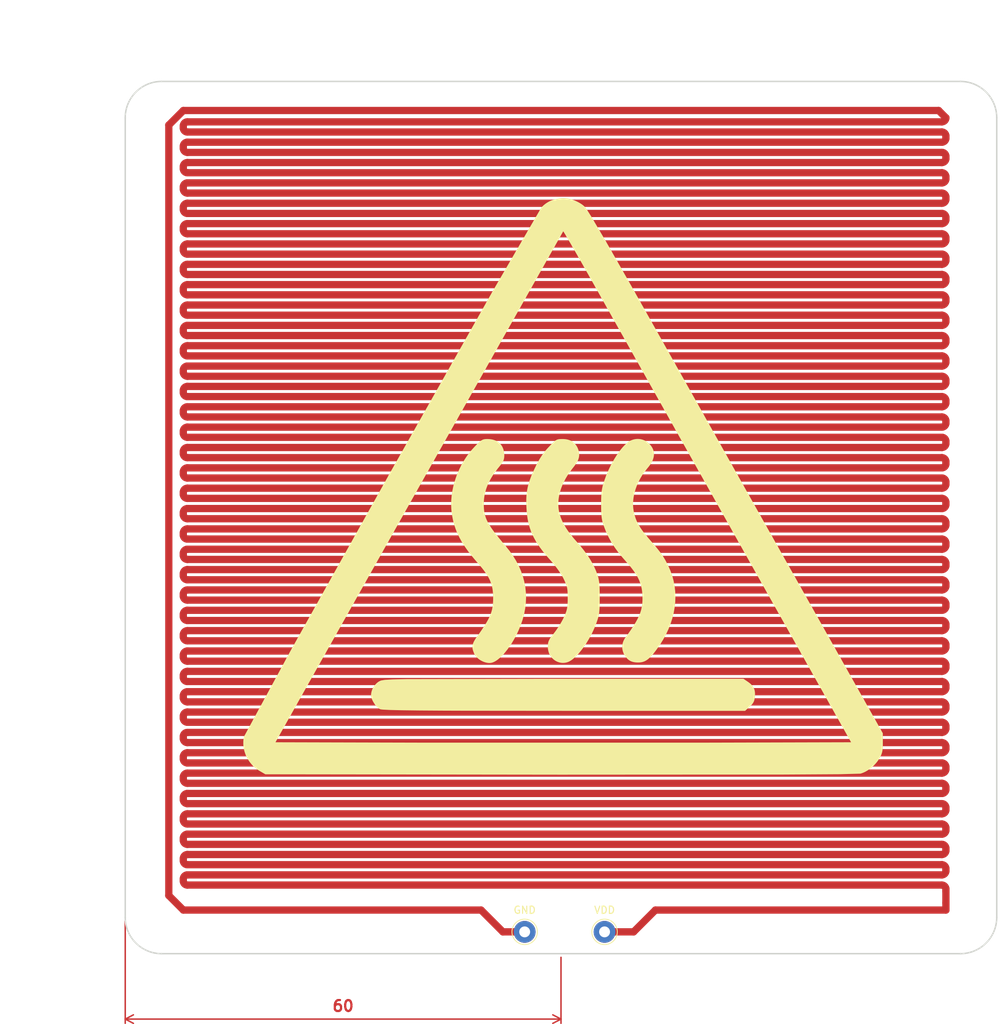
<source format=kicad_pcb>
(kicad_pcb (version 20241229) (generator "pcbnew") (generator_version "9.0")
  (layers (0 "F.Cu" signal) (2 "B.Cu" signal) (13 "F.Paste" user) (15 "B.Paste" user) (5 "F.SilkS" user "F.Silkscreen") (7 "B.SilkS" user "B.Silkscreen") (1 "F.Mask" user) (3 "B.Mask" user) (25 "Edge.Cuts" user))
  (net 0 "")
  (net 1 "Net-(TP1-Pad1)")
  (footprint "MountingHole:MountingHole_3.2mm_M3" (layer "F.Cu") (at 187 33)
    (property "Reference" "H2" (hide yes))
    (property "Value" "MountingHole")
  )
  (footprint "TestPoint:TestPoint_THTPad_D3.0mm_Drill1.5mm" (layer "F.Cu") (at 126 146)
    (property "Reference" "GND")
    (property "Value" "TestPoint")
  )
  (footprint "MountingHole:MountingHole_3.2mm_M3" (layer "F.Cu") (at 75 33)
    (property "Reference" "H3" (hide yes))
    (property "Value" "MountingHole")
  )
  (footprint "MountingHole:MountingHole_3.2mm_M3" (layer "F.Cu") (at 186 145)
    (property "Reference" "H1" (hide yes))
    (property "Value" "MountingHole")
  )
  (footprint "TestPoint:TestPoint_THTPad_D3.0mm_Drill1.5mm" (layer "F.Cu") (at 137 146)
    (property "Reference" "VDD")
    (property "Value" "TestPoint")
  )
  (footprint "MountingHole:MountingHole_3.2mm_M3" (layer "F.Cu") (at 75 145)
    (property "Reference" "H4" (hide yes))
    (property "Value" "MountingHole")
  )
  (gr_poly (pts (xy 156.724372 111.587943) (xy 156.870143 111.690766) (xy 157.003357 111.794545) (xy 157.124272 111.899823) (xy 157.233146 112.007142) (xy 157.330237 112.117044) (xy 157.415805 112.230073) (xy 157.490107 112.346771) (xy 157.553402 112.467681) (xy 157.605948 112.593345) (xy 157.648004 112.724306) (xy 157.679827 112.861106) (xy 157.701678 113.004289) (xy 157.713813 113.154396) (xy 157.716491 113.311971) (xy 157.709971 113.477556) (xy 157.69451 113.651694) (xy 157.683487 113.763647) (xy 157.669983 113.868495) (xy 157.653586 113.966986) (xy 157.63388 114.05987) (xy 157.610454 114.147896) (xy 157.582894 114.231815) (xy 157.550786 114.312374) (xy 157.513717 114.390324) (xy 157.471273 114.466413) (xy 157.423042 114.541391) (xy 157.368609 114.616008) (xy 157.307562 114.691013) (xy 157.239487 114.767154) (xy 157.16397 114.845182) (xy 157.080599 114.925846) (xy 156.988959 115.009894) (xy 156.353957 115.591971) (xy 131.447848 115.591971) (xy 119.274257 115.580948) (xy 114.911181 115.565928) (xy 111.555588 115.543468) (xy 109.101233 115.512738) (xy 107.441869 115.472913) (xy 106.471247 115.423166) (xy 106.211014 115.394314) (xy 106.083123 115.36267) (xy 106.028368 115.332524) (xy 105.973332 115.298444) (xy 105.862947 115.219284) (xy 105.753026 115.126791) (xy 105.644631 115.022567) (xy 105.538819 114.908216) (xy 105.43665 114.785337) (xy 105.339184 114.655534) (xy 105.24748 114.520409) (xy 105.162598 114.381562) (xy 105.085595 114.240597) (xy 105.017533 114.099116) (xy 104.959471 113.958719) (xy 104.912467 113.82101) (xy 104.877581 113.68759) (xy 104.855872 113.56006) (xy 104.850291 113.499006) (xy 104.848401 113.440024) (xy 104.849736 113.372033) (xy 104.853711 113.303716) (xy 104.860275 113.235159) (xy 104.869382 113.166451) (xy 104.880981 113.097678) (xy 104.895026 113.028928) (xy 104.930257 112.891844) (xy 104.974685 112.755896) (xy 105.027925 112.621783) (xy 105.089588 112.490203) (xy 105.159287 112.361852) (xy 105.236634 112.237428) (xy 105.321241 112.117629) (xy 105.412721 112.003153) (xy 105.510687 111.894696) (xy 105.61475 111.792958) (xy 105.668947 111.744826) (xy 105.724524 111.698635) (xy 105.78143 111.654472) (xy 105.83962 111.612425) (xy 105.899043 111.57258) (xy 105.959651 111.535026) (xy 106.210316 111.418582) (xy 106.737967 111.331077) (xy 107.821243 111.268377) (xy 109.738784 111.226347) (xy 131.324374 111.18225) (xy 156.124656 111.18225)) (fill yes) (layer "F.SilkS"))
  (gr_poly (pts (xy 131.35701 78.199178) (xy 131.45821 78.204117) (xy 131.557389 78.212323) (xy 131.654516 78.223779) (xy 131.749563 78.238465) (xy 131.842502 78.256361) (xy 131.933302 78.277448) (xy 132.021935 78.301707) (xy 132.108372 78.329118) (xy 132.192583 78.359662) (xy 132.27454 78.39332) (xy 132.354214 78.430071) (xy 132.431575 78.469897) (xy 132.506595 78.512779) (xy 132.579244 78.558697) (xy 132.649493 78.607631) (xy 132.717314 78.659563) (xy 132.782676 78.714472) (xy 132.845552 78.77234) (xy 132.905912 78.833147) (xy 132.963726 78.896874) (xy 133.018967 78.963501) (xy 133.071604 79.033009) (xy 133.121609 79.105379) (xy 133.168953 79.180591) (xy 133.213606 79.258626) (xy 133.25554 79.339464) (xy 133.294725 79.423086) (xy 133.331133 79.509473) (xy 133.364734 79.598606) (xy 133.395499 79.690464) (xy 133.4234 79.785029) (xy 133.45848 79.934439) (xy 133.484104 80.079069) (xy 133.499908 80.219926) (xy 133.505533 80.358018) (xy 133.500615 80.494353) (xy 133.484794 80.629939) (xy 133.457707 80.765783) (xy 133.418993 80.902894) (xy 133.36829 81.042278) (xy 133.305237 81.184943) (xy 133.22947 81.331898) (xy 133.14063 81.484149) (xy 133.038354 81.642705) (xy 132.92228 81.808574) (xy 132.792047 81.982762) (xy 132.647292 82.166278) (xy 132.387712 82.498979) (xy 132.144927 82.835247) (xy 131.919196 83.174511) (xy 131.710776 83.516204) (xy 131.519926 83.859758) (xy 131.346904 84.204603) (xy 131.19197 84.550172) (xy 131.05538 84.895896) (xy 130.937394 85.241206) (xy 130.83827 85.585535) (xy 130.758267 85.928313) (xy 130.697642 86.268973) (xy 130.656654 86.606945) (xy 130.635562 86.941662) (xy 130.634624 87.272555) (xy 130.654097 87.599055) (xy 130.684926 87.870718) (xy 130.731232 88.143518) (xy 130.793196 88.417765) (xy 130.870999 88.693768) (xy 130.964822 88.971839) (xy 131.074845 89.252287) (xy 131.201249 89.535422) (xy 131.344216 89.821555) (xy 131.503926 90.110994) (xy 131.680561 90.404051) (xy 131.8743 90.701036) (xy 132.085325 91.002258) (xy 132.313817 91.308027) (xy 132.559957 91.618654) (xy 132.823925 91.934449) (xy 133.105903 92.255721) (xy 133.372665 92.558713) (xy 133.624389 92.853205) (xy 133.861747 93.140203) (xy 134.085411 93.420716) (xy 134.296053 93.695751) (xy 134.494344 93.966316) (xy 134.680956 94.233418) (xy 134.856561 94.498066) (xy 135.021831 94.761267) (xy 135.177437 95.024029) (xy 135.324052 95.287359) (xy 135.462347 95.552265) (xy 135.592994 95.819755) (xy 135.716665 96.090836) (xy 135.834031 96.366516) (xy 135.945765 96.647803) (xy 136.053596 96.964683) (xy 136.140342 97.267921) (xy 136.176455 97.421013) (xy 136.208072 97.5786) (xy 136.235452 97.74332) (xy 136.258852 97.917806) (xy 136.294749 98.30662) (xy 136.317831 98.766128) (xy 136.330164 99.317413) (xy 136.333815 99.981559) (xy 136.330715 100.675847) (xy 136.326142 100.973549) (xy 136.318933 101.243011) (xy 136.308624 101.487771) (xy 136.294749 101.71137) (xy 136.276844 101.917348) (xy 136.254442 102.109243) (xy 136.22708 102.290597) (xy 136.194291 102.464949) (xy 136.155612 102.635839) (xy 136.110576 102.806806) (xy 136.058719 102.98139) (xy 135.999576 103.163132) (xy 135.85757 103.562247) (xy 135.681233 104.018753) (xy 135.484535 104.473372) (xy 135.269854 104.922979) (xy 135.039567 105.364446) (xy 134.79605 105.794649) (xy 134.541681 106.21046) (xy 134.278838 106.608752) (xy 134.009896 106.9864) (xy 133.737234 107.340276) (xy 133.463228 107.667255) (xy 133.190255 107.96421) (xy 132.920693 108.228014) (xy 132.656919 108.455542) (xy 132.527945 108.554724) (xy 132.40131 108.643665) (xy 132.27731 108.721974) (xy 132.156242 108.78926) (xy 132.038405 108.845131) (xy 131.924094 108.889197) (xy 131.796755 108.92778) (xy 131.669567 108.957671) (xy 131.542786 108.979069) (xy 131.416668 108.992168) (xy 131.291466 108.997168) (xy 131.167437 108.994265) (xy 131.044835 108.983655) (xy 130.923916 108.965536) (xy 130.804935 108.940105) (xy 130.688147 108.907558) (xy 130.573807 108.868094) (xy 130.46217 108.821908) (xy 130.353492 108.769198) (xy 130.248027 108.710161) (xy 130.146031 108.644994) (xy 130.047759 108.573894) (xy 129.953466 108.497058) (xy 129.863408 108.414683) (xy 129.777838 108.326966) (xy 129.697014 108.234104) (xy 129.621188 108.136294) (xy 129.550618 108.033733) (xy 129.485558 107.926617) (xy 129.426263 107.815145) (xy 129.372988 107.699513) (xy 129.325989 107.579918) (xy 129.28552 107.456558) (xy 129.251837 107.329628) (xy 129.225195 107.199326) (xy 129.205849 107.06585) (xy 129.194055 106.929395) (xy 129.190066 106.79016) (xy 129.191436 106.656956) (xy 129.196061 106.533984) (xy 129.204717 106.419487) (xy 129.218179 106.311707) (xy 129.237221 106.208888) (xy 129.262621 106.109274) (xy 129.295151 106.011106) (xy 129.335588 105.912628) (xy 129.384707 105.812083) (xy 129.443283 105.707715) (xy 129.51209 105.597765) (xy 129.591905 105.480477) (xy 129.683502 105.354095) (xy 129.787657 105.21686) (xy 130.036738 104.902808) (xy 130.215193 104.667746) (xy 130.402742 104.40478) (xy 130.5936 104.122384) (xy 130.781977 103.829034) (xy 130.962086 103.533204) (xy 131.128139 103.243368) (xy 131.274349 102.968003) (xy 131.338203 102.838395) (xy 131.394927 102.715583) (xy 131.549337 102.371108) (xy 131.614062 102.214955) (xy 131.671087 102.066527) (xy 131.720878 101.923577) (xy 131.763898 101.783857) (xy 131.800614 101.645119) (xy 131.831491 101.505115) (xy 131.856993 101.361596) (xy 131.877586 101.212316) (xy 131.893735 101.055025) (xy 131.905904 100.887477) (xy 131.91456 100.707423) (xy 131.920167 100.512615) (xy 131.924094 100.069747) (xy 131.920098 99.612411) (xy 131.914328 99.413936) (xy 131.905353 99.232177) (xy 131.892658 99.064578) (xy 131.875726 98.90858) (xy 131.854039 98.761626) (xy 131.827082 98.621157) (xy 131.794336 98.484615) (xy 131.755286 98.349443) (xy 131.709415 98.213082) (xy 131.656206 98.072974) (xy 131.595142 97.926562) (xy 131.525706 97.771288) (xy 131.359652 97.423919) (xy 131.297796 97.299486) (xy 131.225293 97.165157) (xy 131.143076 97.022198) (xy 131.052074 96.871875) (xy 130.847435 96.554201) (xy 130.618818 96.222265) (xy 130.373664 95.886195) (xy 130.119416 95.556121) (xy 129.863513 95.242169) (xy 129.613398 94.954471) (xy 129.178882 94.465116) (xy 128.780617 93.993875) (xy 128.417233 93.537775) (xy 128.087362 93.093844) (xy 127.789633 92.659112) (xy 127.522677 92.230607) (xy 127.285125 91.805357) (xy 127.075607 91.380392) (xy 126.892755 90.952739) (xy 126.735198 90.519428) (xy 126.601567 90.077487) (xy 126.490493 89.623944) (xy 126.400606 89.155829) (xy 126.330537 88.67017) (xy 126.278917 88.163995) (xy 126.244376 87.634334) (xy 126.226082 87.235103) (xy 126.217917 86.855639) (xy 126.220501 86.492969) (xy 126.234453 86.144123) (xy 126.260395 85.806129) (xy 126.298945 85.476015) (xy 126.350725 85.150811) (xy 126.416354 84.827544) (xy 126.496452 84.503244) (xy 126.59164 84.174939) (xy 126.702537 83.839658) (xy 126.829764 83.494429) (xy 126.973941 83.136281) (xy 127.135688 82.762242) (xy 127.315625 82.369342) (xy 127.514373 81.954608) (xy 127.614423 81.752029) (xy 127.716152 81.554359) (xy 127.819587 81.361546) (xy 127.924753 81.173539) (xy 128.031675 80.990286) (xy 128.140381 80.811736) (xy 128.250895 80.637836) (xy 128.363244 80.468536) (xy 128.477454 80.303783) (xy 128.59355 80.143526) (xy 128.711557 79.987713) (xy 128.831503 79.836292) (xy 128.953413 79.689212) (xy 129.077312 79.546422) (xy 129.203227 79.407869) (xy 129.331183 79.273501) (xy 129.661221 78.928474) (xy 129.799834 78.787754) (xy 129.924287 78.666336) (xy 130.037165 78.562797) (xy 130.141052 78.475718) (xy 130.190431 78.437907) (xy 130.238531 78.403677) (xy 130.285675 78.372851) (xy 130.332186 78.345252) (xy 130.378387 78.320702) (xy 130.4246 78.299024) (xy 130.47115 78.280039) (xy 130.518359 78.26357) (xy 130.566549 78.249439) (xy 130.616044 78.237469) (xy 130.667168 78.227482) (xy 130.720241 78.2193) (xy 130.833533 78.207643) (xy 130.958504 78.201076) (xy 131.097738 78.198178) (xy 131.253817 78.197528)) (fill yes) (layer "F.SilkS"))
  (gr_poly (pts (xy 121 78.2) (xy 121.131925 78.207385) (xy 121.260239 78.219634) (xy 121.384894 78.236699) (xy 121.505841 78.25853) (xy 121.623032 78.28508) (xy 121.736418 78.316301) (xy 121.845951 78.352143) (xy 121.951582 78.392559) (xy 122.053263 78.4375) (xy 122.150946 78.486917) (xy 122.244582 78.540762) (xy 122.334123 78.598987) (xy 122.41952 78.661543) (xy 122.500724 78.728381) (xy 122.577688 78.799454) (xy 122.650363 78.874713) (xy 122.7187 78.954109) (xy 122.782651 79.037594) (xy 122.842168 79.125119) (xy 122.897201 79.216636) (xy 122.947704 79.312097) (xy 122.993626 79.411453) (xy 123.03492 79.514656) (xy 123.071538 79.621657) (xy 123.10343 79.732408) (xy 123.130549 79.84686) (xy 123.152846 79.964965) (xy 123.170272 80.086674) (xy 123.182779 80.21194) (xy 123.190319 80.340713) (xy 123.192843 80.472945) (xy 123.191138 80.570002) (xy 123.185815 80.663182) (xy 123.176565 80.753159) (xy 123.163078 80.840604) (xy 123.145043 80.926189) (xy 123.12215 81.010585) (xy 123.09409 81.094464) (xy 123.060552 81.178498) (xy 123.021227 81.263359) (xy 122.975803 81.349719) (xy 122.923972 81.438249) (xy 122.865423 81.529622) (xy 122.799846 81.624508) (xy 122.72693 81.72358) (xy 122.646367 81.82751) (xy 122.557845 81.936969) (xy 122.286204 82.269223) (xy 122.033398 82.598221) (xy 121.799248 82.924428) (xy 121.583572 83.248311) (xy 121.38619 83.570333) (xy 121.20692 83.890959) (xy 121.045582 84.210656) (xy 120.901995 84.529887) (xy 120.775977 84.849119) (xy 120.667349 85.168815) (xy 120.575929 85.489442) (xy 120.501537 85.811464) (xy 120.443991 86.135346) (xy 120.403111 86.461554) (xy 120.378715 86.790552) (xy 120.370623 87.122806) (xy 120.376209 87.4744) (xy 120.394636 87.804832) (xy 120.428411 88.118986) (xy 120.48004 88.421745) (xy 120.552029 88.717993) (xy 120.646885 89.012613) (xy 120.767115 89.310488) (xy 120.915223 89.616503) (xy 121.093718 89.93554) (xy 121.305105 90.272482) (xy 121.551889 90.632214) (xy 121.836579 91.019619) (xy 122.161679 91.439579) (xy 122.529697 91.89698) (xy 123.404509 92.943633) (xy 123.935524 93.604955) (xy 124.410651 94.278679) (xy 124.829812 94.963978) (xy 125.192929 95.660026) (xy 125.499926 96.365995) (xy 125.750725 97.081059) (xy 125.945248 97.804391) (xy 126.083418 98.535165) (xy 126.165158 99.272553) (xy 126.190389 100.015729) (xy 126.159034 100.763865) (xy 126.071016 101.516136) (xy 125.926258 102.271714) (xy 125.724681 103.029773) (xy 125.466209 103.789486) (xy 125.150763 104.550025) (xy 124.949677 104.977825) (xy 124.737662 105.393558) (xy 124.516189 105.795493) (xy 124.286733 106.181899) (xy 124.050765 106.551045) (xy 123.809759 106.9012) (xy 123.565187 107.230633) (xy 123.318523 107.537612) (xy 123.071238 107.820406) (xy 122.824806 108.077285) (xy 122.5807 108.306517) (xy 122.340391 108.506371) (xy 122.222122 108.594741) (xy 122.105354 108.675116) (xy 121.990273 108.747282) (xy 121.877061 108.811021) (xy 121.765904 108.866117) (xy 121.656984 108.912354) (xy 121.550487 108.949516) (xy 121.446597 108.977385) (xy 121.36948 108.991667) (xy 121.290409 109.00151) (xy 121.209601 109.007026) (xy 121.127271 109.008323) (xy 121.043636 109.005512) (xy 120.958913 108.998703) (xy 120.873318 108.988005) (xy 120.787067 108.973528) (xy 120.700378 108.955382) (xy 120.613465 108.933677) (xy 120.526545 108.908523) (xy 120.439836 108.880029) (xy 120.353553 108.848305) (xy 120.267913 108.813461) (xy 120.099426 108.734853) (xy 119.936107 108.645082) (xy 119.856926 108.596286) (xy 119.779687 108.545028) (xy 119.704605 108.491419) (xy 119.631896 108.435569) (xy 119.561778 108.377587) (xy 119.494467 108.317584) (xy 119.430179 108.255668) (xy 119.36913 108.19195) (xy 119.311537 108.126539) (xy 119.257616 108.059547) (xy 119.207584 107.991081) (xy 119.161657 107.921252) (xy 119.120052 107.850171) (xy 119.082984 107.777946) (xy 119.006322 107.61091) (xy 118.941804 107.452866) (xy 118.889585 107.302471) (xy 118.84982 107.158379) (xy 118.834657 107.088278) (xy 118.822665 107.019248) (xy 118.813864 106.951124) (xy 118.808273 106.883735) (xy 118.805912 106.816915) (xy 118.8068 106.750495) (xy 118.810957 106.684308) (xy 118.818402 106.618186) (xy 118.829154 106.55196) (xy 118.843232 106.485463) (xy 118.860657 106.418527) (xy 118.881447 106.350983) (xy 118.933201 106.213403) (xy 118.998649 106.071378) (xy 119.077947 105.923566) (xy 119.171249 105.768623) (xy 119.27871 105.605204) (xy 119.400485 105.431968) (xy 119.739775 104.956076) (xy 120.044442 104.517882) (xy 120.316243 104.11333) (xy 120.556934 103.738362) (xy 120.768274 103.388922) (xy 120.952018 103.060954) (xy 121.109924 102.7504) (xy 121.243749 102.453205) (xy 121.355249 102.165311) (xy 121.446183 101.882663) (xy 121.518306 101.601203) (xy 121.573376 101.316874) (xy 121.613149 101.025621) (xy 121.639384 100.723387) (xy 121.653836 100.406114) (xy 121.658263 100.069747) (xy 121.652893 99.722655) (xy 121.635973 99.39396) (xy 121.60629 99.080973) (xy 121.562627 98.78101) (xy 121.503772 98.491381) (xy 121.42851 98.2094) (xy 121.335626 97.932379) (xy 121.223906 97.657633) (xy 121.092135 97.382473) (xy 120.9391 97.104212) (xy 120.763586 96.820163) (xy 120.564377 96.52764) (xy 120.340261 96.223954) (xy 120.090022 95.90642) (xy 119.812447 95.572349) (xy 119.50632 95.219054) (xy 119.103928 94.753467) (xy 118.729622 94.30142) (xy 118.38255 93.861154) (xy 118.061859 93.430913) (xy 117.766696 93.008941) (xy 117.496208 92.59348) (xy 117.249544 92.182773) (xy 117.02585 91.775063) (xy 116.824273 91.368593) (xy 116.643961 90.961607) (xy 116.484062 90.552347) (xy 116.343721 90.139056) (xy 116.222088 89.719977) (xy 116.118309 89.293354) (xy 116.031531 88.857429) (xy 115.960902 88.410445) (xy 115.898309 87.82471) (xy 115.875222 87.226985) (xy 115.890634 86.620166) (xy 115.943537 86.007146) (xy 116.032924 85.390818) (xy 116.157787 84.774077) (xy 116.317119 84.159816) (xy 116.50991 83.55093) (xy 116.735155 82.950311) (xy 116.991845 82.360855) (xy 117.278972 81.785455) (xy 117.595529 81.227005) (xy 117.940508 80.688399) (xy 118.312902 80.17253) (xy 118.711702 79.682292) (xy 119.135901 79.22058) (xy 119.296197 79.055031) (xy 119.440964 78.908215) (xy 119.572037 78.77902) (xy 119.69125 78.666336) (xy 119.800438 78.569051) (xy 119.901436 78.486054) (xy 119.949436 78.449567) (xy 119.996077 78.416235) (xy 120.041587 78.38592) (xy 120.086196 78.358483) (xy 120.130134 78.333784) (xy 120.173629 78.311686) (xy 120.21691 78.292048) (xy 120.260208 78.274733) (xy 120.303752 78.259601) (xy 120.34777 78.246513) (xy 120.392492 78.235331) (xy 120.438148 78.225916) (xy 120.484966 78.218128) (xy 120.533176 78.211829) (xy 120.63469 78.203143) (xy 120.744524 78.198747) (xy 120.864512 78.197528)) (fill yes) (layer "F.SilkS"))
  (gr_poly (pts (xy 131.621203 45.066487) (xy 131.822501 45.091064) (xy 132.027725 45.127086) (xy 132.23543 45.173961) (xy 132.444169 45.231093) (xy 132.652494 45.297889) (xy 132.858959 45.373755) (xy 133.062116 45.458095) (xy 133.260519 45.550316) (xy 133.452721 45.649824) (xy 133.637275 45.756024) (xy 133.812734 45.868321) (xy 133.977651 45.986123) (xy 134.130579 46.108833) (xy 134.270072 46.235859) (xy 134.580715 46.653162) (xy 135.164416 47.576688) (xy 137.204737 51.03584) (xy 140.498522 56.800175) (xy 145.153258 65.056556) (xy 157.941459 87.810721) (xy 167.925071 105.537803) (xy 175.315764 118.678779) (xy 175.315764 120.001693) (xy 175.314869 120.204148) (xy 175.311906 120.38937) (xy 175.306463 120.559141) (xy 175.298126 120.715243) (xy 175.286482 120.859459) (xy 175.271118 120.993573) (xy 175.251619 121.119367) (xy 175.227572 121.238624) (xy 175.198565 121.353126) (xy 175.164183 121.464657) (xy 175.124013 121.574999) (xy 175.077642 121.685935) (xy 175.024656 121.799249) (xy 174.964642 121.916722) (xy 174.897186 122.040138) (xy 174.821876 122.171279) (xy 174.710396 122.348516) (xy 174.588194 122.522575) (xy 174.456122 122.692758) (xy 174.315032 122.858368) (xy 174.165778 123.018707) (xy 174.009211 123.173077) (xy 173.846184 123.320781) (xy 173.677551 123.461122) (xy 173.504164 123.5934) (xy 173.326875 123.71692) (xy 173.146537 123.830983) (xy 172.964003 123.934891) (xy 172.780125 124.027948) (xy 172.595756 124.109455) (xy 172.41175 124.178715) (xy 172.228957 124.23503) (xy 169.36374 124.31165) (xy 161.478054 124.358503) (xy 130.936316 124.376136) (xy 90.296317 124.323226) (xy 89.449651 123.829337) (xy 89.154195 123.636149) (xy 88.876903 123.421541) (xy 88.618577 123.187245) (xy 88.380017 122.934991) (xy 88.162025 122.66651) (xy 87.9654 122.383534) (xy 87.790945 122.087794) (xy 87.639459 121.781021) (xy 87.511745 121.464946) (xy 87.408603 121.141301) (xy 87.330835 120.811816) (xy 87.27924 120.478223) (xy 87.25462 120.142252) (xy 87.256765 119.913497) (xy 91.68979 119.913497) (xy 111.498259 119.966414) (xy 151.132842 119.966414) (xy 170.941321 119.913497) (xy 156.847846 94.866279) (xy 141.131598 66.908641) (xy 135.451873 56.801553) (xy 133.874019 54.012955) (xy 132.56571 51.730373) (xy 131.664198 50.188625) (xy 131.408882 49.768944) (xy 131.33759 49.659743) (xy 131.306735 49.622527) (xy 111.462985 84.776832) (xy 91.68979 119.913497) (xy 87.256765 119.913497) (xy 87.257777 119.805636) (xy 87.28951 119.470104) (xy 87.316344 119.303287) (xy 87.350622 119.137389) (xy 93.732869 107.380796) (xy 107.571404 82.644734) (xy 121.538924 57.951666) (xy 128.308123 46.324054) (xy 128.395319 46.233117) (xy 128.484788 46.145564) (xy 128.576324 46.061474) (xy 128.669721 45.980923) (xy 128.764772 45.90399) (xy 128.861269 45.830752) (xy 128.959007 45.761286) (xy 129.057778 45.69567) (xy 129.157376 45.633981) (xy 129.257594 45.576297) (xy 129.358225 45.522695) (xy 129.459063 45.473253) (xy 129.559901 45.428049) (xy 129.660532 45.387159) (xy 129.76075 45.350662) (xy 129.860347 45.318635) (xy 130.038836 45.266752) (xy 130.226627 45.217763) (xy 130.418139 45.172908) (xy 130.607792 45.133427) (xy 130.790003 45.100561) (xy 130.959192 45.075549) (xy 131.037159 45.066376) (xy 131.109777 45.059632) (xy 131.17635 45.055472) (xy 131.236178 45.054051) (xy 131.42528 45.053952)) (fill yes) (layer "F.SilkS"))
  (gr_poly (pts (xy 141.751164 78.190913) (xy 141.923113 78.211674) (xy 142.092814 78.245793) (xy 142.259466 78.293193) (xy 142.422268 78.353797) (xy 142.580419 78.427526) (xy 142.733119 78.514304) (xy 142.807174 78.562562) (xy 142.879565 78.614053) (xy 142.950193 78.668767) (xy 143.018958 78.726695) (xy 143.116575 78.816711) (xy 143.207685 78.908148) (xy 143.292289 79.00098) (xy 143.370393 79.095182) (xy 143.441997 79.190727) (xy 143.507107 79.28759) (xy 143.565725 79.385745) (xy 143.617854 79.485166) (xy 143.663498 79.585828) (xy 143.702659 79.687703) (xy 143.735342 79.790767) (xy 143.761549 79.894994) (xy 143.781283 80.000358) (xy 143.794549 80.106833) (xy 143.801348 80.214393) (xy 143.801684 80.323012) (xy 143.795561 80.432665) (xy 143.782982 80.543326) (xy 143.763949 80.654969) (xy 143.738467 80.767567) (xy 143.706537 80.881096) (xy 143.668165 80.995529) (xy 143.623352 81.110841) (xy 143.572102 81.227005) (xy 143.514419 81.343996) (xy 143.450305 81.461789) (xy 143.379764 81.580356) (xy 143.302799 81.699673) (xy 143.129609 81.940451) (xy 142.930762 82.183917) (xy 142.65531 82.517893) (xy 142.398151 82.86391) (xy 142.159803 83.220365) (xy 141.940781 83.585657) (xy 141.741603 83.958184) (xy 141.562785 84.336343) (xy 141.404845 84.718533) (xy 141.268298 85.103152) (xy 141.153662 85.488598) (xy 141.061454 85.873269) (xy 140.99219 86.255562) (xy 140.946388 86.633877) (xy 140.924563 87.00661) (xy 140.927233 87.372161) (xy 140.954915 87.728926) (xy 141.008124 88.075305) (xy 141.060395 88.330703) (xy 141.118712 88.575636) (xy 141.18416 88.812042) (xy 141.257825 89.04186) (xy 141.340791 89.267028) (xy 141.434145 89.489482) (xy 141.538971 89.711161) (xy 141.656354 89.934002) (xy 141.78738 90.159945) (xy 141.933133 90.390925) (xy 142.0947 90.628883) (xy 142.273165 90.875754) (xy 142.469613 91.133477) (xy 142.68513 91.40399) (xy 142.920801 91.689231) (xy 143.17771 91.991137) (xy 143.707254 92.603021) (xy 144.143161 93.119199) (xy 144.331362 93.349215) (xy 144.502587 93.564684) (xy 144.658982 93.768733) (xy 144.802689 93.964488) (xy 144.935855 94.155074) (xy 145.060624 94.34362) (xy 145.179139 94.533251) (xy 145.293546 94.727094) (xy 145.40599 94.928275) (xy 145.518614 95.139921) (xy 145.752982 95.607112) (xy 146.058959 96.283939) (xy 146.309022 96.976916) (xy 146.503481 97.684) (xy 146.642646 98.403151) (xy 146.726827 99.132327) (xy 146.756335 99.869487) (xy 146.731478 100.61259) (xy 146.652569 101.359594) (xy 146.519915 102.108458) (xy 146.333829 102.857142) (xy 146.094619 103.603603) (xy 145.802595 104.345801) (xy 145.458069 105.081694) (xy 145.061349 105.809241) (xy 144.612746 106.5264) (xy 144.112571 107.231132) (xy 143.932129 107.468357) (xy 143.760447 107.684473) (xy 143.596362 107.88028) (xy 143.43871 108.056579) (xy 143.286329 108.214171) (xy 143.138056 108.353857) (xy 142.992729 108.476438) (xy 142.920806 108.531564) (xy 142.849184 108.582715) (xy 142.777717 108.62999) (xy 142.70626 108.673489) (xy 142.634667 108.713313) (xy 142.562793 108.749561) (xy 142.490493 108.782334) (xy 142.417621 108.811732) (xy 142.344032 108.837855) (xy 142.26958 108.860803) (xy 142.194121 108.880676) (xy 142.117509 108.897575) (xy 141.960244 108.922849) (xy 141.796623 108.937426) (xy 141.625483 108.942107) (xy 141.461087 108.938765) (xy 141.304986 108.928603) (xy 141.229924 108.920899) (xy 141.15679 108.911412) (xy 141.085537 108.900116) (xy 141.016114 108.886986) (xy 140.948474 108.871996) (xy 140.882569 108.855119) (xy 140.81835 108.836331) (xy 140.755768 108.815605) (xy 140.694776 108.792914) (xy 140.635324 108.768235) (xy 140.577364 108.74154) (xy 140.520848 108.712804) (xy 140.465727 108.682001) (xy 140.411953 108.649105) (xy 140.359477 108.61409) (xy 140.308251 108.57693) (xy 140.258227 108.537601) (xy 140.209356 108.496075) (xy 140.161589 108.452327) (xy 140.114879 108.406331) (xy 140.069176 108.358061) (xy 140.024432 108.307491) (xy 139.9806 108.254597) (xy 139.937629 108.199351) (xy 139.895473 108.141728) (xy 139.854082 108.081701) (xy 139.773402 107.954337) (xy 139.687189 107.807046) (xy 139.613687 107.656576) (xy 139.552795 107.503471) (xy 139.504409 107.348273) (xy 139.468424 107.191526) (xy 139.444739 107.03377) (xy 139.433249 106.875549) (xy 139.433852 106.717406) (xy 139.446444 106.559883) (xy 139.470921 106.403523) (xy 139.50718 106.248868) (xy 139.555119 106.096461) (xy 139.614632 105.946844) (xy 139.685619 105.800561) (xy 139.767974 105.658153) (xy 139.861594 105.520164) (xy 140.223385 105.020117) (xy 140.549132 104.555882) (xy 140.840411 104.123583) (xy 141.098797 103.719345) (xy 141.325868 103.339291) (xy 141.523199 102.979545) (xy 141.692366 102.636233) (xy 141.834946 102.305478) (xy 141.952514 101.983405) (xy 142.046647 101.666137) (xy 142.118921 101.3498) (xy 142.170913 101.030517) (xy 142.204197 100.704413) (xy 142.220351 100.367611) (xy 142.220951 100.016237) (xy 142.207572 99.646415) (xy 142.188016 99.34084) (xy 142.155308 99.044799) (xy 142.1087 98.756665) (xy 142.047441 98.474809) (xy 141.970783 98.197604) (xy 141.877976 97.923422) (xy 141.768271 97.650635) (xy 141.640918 97.377616) (xy 141.495169 97.102736) (xy 141.330274 96.824368) (xy 141.145483 96.540884) (xy 140.940048 96.250657) (xy 140.713219 95.952057) (xy 140.464247 95.643459) (xy 140.192383 95.323233) (xy 139.896876 94.989753) (xy 139.629902 94.686326) (xy 139.377527 94.390443) (xy 139.139053 94.100968) (xy 138.913782 93.816765) (xy 138.701017 93.536695) (xy 138.50006 93.259623) (xy 138.310214 92.984411) (xy 138.130781 92.709922) (xy 137.961062 92.43502) (xy 137.800362 92.158568) (xy 137.647981 91.879429) (xy 137.503222 91.596466) (xy 137.365388 91.308542) (xy 137.233781 91.01452) (xy 137.107703 90.713264) (xy 136.986457 90.403636) (xy 136.855336 90.04359) (xy 136.800033 89.877119) (xy 136.751087 89.715996) (xy 136.708135 89.557458) (xy 136.670816 89.398738) (xy 136.638768 89.237072) (xy 136.61163 89.069697) (xy 136.589039 88.893846) (xy 136.570634 88.706756) (xy 136.556052 88.505662) (xy 136.544934 88.287798) (xy 136.531636 87.790706) (xy 136.527846 87.193362) (xy 136.531705 86.589058) (xy 136.537148 86.325236) (xy 136.545485 86.082938) (xy 136.557129 85.85914) (xy 136.572494 85.65082) (xy 136.591993 85.454953) (xy 136.616039 85.268517) (xy 136.645047 85.088489) (xy 136.679428 84.911846) (xy 136.719598 84.735565) (xy 136.765968 84.556623) (xy 136.818954 84.371996) (xy 136.878967 84.178662) (xy 137.021731 83.753779) (xy 137.172545 83.33896) (xy 137.339405 82.923132) (xy 137.520579 82.50901) (xy 137.714336 82.099307) (xy 137.918945 81.696734) (xy 138.132674 81.304006) (xy 138.353794 80.923835) (xy 138.580572 80.558935) (xy 138.811277 80.212018) (xy 139.044178 79.885797) (xy 139.277545 79.582985) (xy 139.509645 79.306296) (xy 139.738748 79.058443) (xy 139.963122 78.842138) (xy 140.181037 78.660094) (xy 140.287031 78.582768) (xy 140.390761 78.515025) (xy 140.47074 78.468825) (xy 140.551859 78.426129) (xy 140.717117 78.351212) (xy 140.885733 78.290195) (xy 141.056908 78.243002) (xy 141.229839 78.209555) (xy 141.403726 78.189776) (xy 141.577768 78.183588)) (fill yes) (layer "F.SilkS"))
  (gr_arc (start 191 144) (mid 189.535534 147.535534) (end 186 149) (stroke (width 0.2)) (layer "Edge.Cuts"))
  (gr_arc (start 76 149) (mid 72.464466 147.535534) (end 71 144) (stroke (width 0.2)) (layer "Edge.Cuts"))
  (gr_line (start 76 29) (end 186 29) (stroke (width 0.2)) (layer "Edge.Cuts"))
  (gr_line (start 71 34) (end 71 144) (stroke (width 0.2)) (layer "Edge.Cuts"))
  (gr_line (start 76 149) (end 186 149) (stroke (width 0.2)) (layer "Edge.Cuts"))
  (gr_arc (start 186 29) (mid 189.535534 30.464466) (end 191 34) (stroke (width 0.2)) (layer "Edge.Cuts"))
  (gr_line (start 191 144) (end 191 34) (stroke (width 0.2)) (layer "Edge.Cuts"))
  (gr_arc (start 71 34) (mid 72.464466 30.464466) (end 76 29) (stroke (width 0.2)) (layer "Edge.Cuts"))
  (dimension (type orthogonal) (layer "F.Cu") (pts (xy 71 144) (xy 131 149)) (height 14) (orientation 0) (format (prefix "") (suffix "") (units 3) (units_format 0) (precision 4) (suppress_zeroes yes)) (style (thickness 0.2) (arrow_length 1.27) (text_position_mode 0) (arrow_direction outward) (extension_height 0.58642) (extension_offset 0.5) (keep_text_aligned yes)) (gr_text "60" (at 101 156.2 0) (layer "F.Cu") (effects (font (size 1.5 1.5) (thickness 0.3)))))
  (segment (start 184 131.72) (end 184 132) (width 1) (layer "F.Cu") (net 1))
  (segment (start 183.44 104.56) (end 79.56 104.56) (width 1) (layer "F.Cu") (net 1))
  (segment (start 79 60.32) (end 79 60.6) (width 1) (layer "F.Cu") (net 1))
  (segment (start 79.56 49.96) (end 183.44 49.96) (width 1) (layer "F.Cu") (net 1))
  (segment (start 184 39.32) (end 184 39.6) (width 1) (layer "F.Cu") (net 1))
  (segment (start 79.56 72.36) (end 183.44 72.36) (width 1) (layer "F.Cu") (net 1))
  (segment (start 79.56 80.76) (end 183.44 80.76) (width 1) (layer "F.Cu") (net 1))
  (segment (start 79.56 44.36) (end 183.44 44.36) (width 1) (layer "F.Cu") (net 1))
  (segment (start 79.56 133.96) (end 183.44 133.96) (width 1) (layer "F.Cu") (net 1))
  (segment (start 79.56 108.76) (end 183.44 108.76) (width 1) (layer "F.Cu") (net 1))
  (segment (start 79 71.52) (end 79 71.8) (width 1) (layer "F.Cu") (net 1))
  (segment (start 126 146) (end 123 146) (width 1) (layer "F.Cu") (net 1))
  (segment (start 79 91.12) (end 79 91.4) (width 1) (layer "F.Cu") (net 1))
  (segment (start 183.44 126.96) (end 79.56 126.96) (width 1) (layer "F.Cu") (net 1))
  (segment (start 184 117.72) (end 184 118) (width 1) (layer "F.Cu") (net 1))
  (segment (start 79.56 136.76) (end 183.44 136.76) (width 1) (layer "F.Cu") (net 1))
  (segment (start 184 114.92) (end 184 115.2) (width 1) (layer "F.Cu") (net 1))
  (segment (start 184 64.52) (end 184 64.8) (width 1) (layer "F.Cu") (net 1))
  (segment (start 79 135.92) (end 79 136.2) (width 1) (layer "F.Cu") (net 1))
  (segment (start 183.44 40.16) (end 79.56 40.16) (width 1) (layer "F.Cu") (net 1))
  (segment (start 77 35) (end 79 33) (width 1) (layer "F.Cu") (net 1))
  (segment (start 184 53.32) (end 184 53.6) (width 1) (layer "F.Cu") (net 1))
  (segment (start 183.44 135.36) (end 79.56 135.36) (width 1) (layer "F.Cu") (net 1))
  (segment (start 79.56 63.96) (end 183.44 63.96) (width 1) (layer "F.Cu") (net 1))
  (segment (start 184 100.92) (end 184 101.2) (width 1) (layer "F.Cu") (net 1))
  (segment (start 183.44 115.76) (end 79.56 115.76) (width 1) (layer "F.Cu") (net 1))
  (segment (start 79.56 83.56) (end 183.44 83.56) (width 1) (layer "F.Cu") (net 1))
  (segment (start 79.56 122.76) (end 183.44 122.76) (width 1) (layer "F.Cu") (net 1))
  (segment (start 183.44 121.36) (end 79.56 121.36) (width 1) (layer "F.Cu") (net 1))
  (segment (start 184 84.12) (end 184 84.4) (width 1) (layer "F.Cu") (net 1))
  (segment (start 184 143) (end 144 143) (width 1) (layer "F.Cu") (net 1))
  (segment (start 79 105.12) (end 79 105.4) (width 1) (layer "F.Cu") (net 1))
  (segment (start 184 142) (end 184 143) (width 1) (layer "F.Cu") (net 1))
  (segment (start 183.44 42.96) (end 79.56 42.96) (width 1) (layer "F.Cu") (net 1))
  (segment (start 79.56 97.56) (end 183.44 97.56) (width 1) (layer "F.Cu") (net 1))
  (segment (start 184 126.12) (end 184 126.4) (width 1) (layer "F.Cu") (net 1))
  (segment (start 184 61.72) (end 184 62) (width 1) (layer "F.Cu") (net 1))
  (segment (start 79 35.12) (end 79 35.4) (width 1) (layer "F.Cu") (net 1))
  (segment (start 183.44 68.16) (end 79.56 68.16) (width 1) (layer "F.Cu") (net 1))
  (segment (start 183.44 112.96) (end 79.56 112.96) (width 1) (layer "F.Cu") (net 1))
  (segment (start 183.44 62.56) (end 79.56 62.56) (width 1) (layer "F.Cu") (net 1))
  (segment (start 184 72.92) (end 184 73.2) (width 1) (layer "F.Cu") (net 1))
  (segment (start 183.44 129.76) (end 79.56 129.76) (width 1) (layer "F.Cu") (net 1))
  (segment (start 79 82.72) (end 79 83) (width 1) (layer "F.Cu") (net 1))
  (segment (start 79 54.72) (end 79 55) (width 1) (layer "F.Cu") (net 1))
  (segment (start 183.44 54.16) (end 79.56 54.16) (width 1) (layer "F.Cu") (net 1))
  (segment (start 79 65.92) (end 79 66.2) (width 1) (layer "F.Cu") (net 1))
  (segment (start 79 40.72) (end 79 41) (width 1) (layer "F.Cu") (net 1))
  (segment (start 183.44 51.36) (end 79.56 51.36) (width 1) (layer "F.Cu") (net 1))
  (segment (start 123 146) (end 120 143) (width 1) (layer "F.Cu") (net 1))
  (segment (start 184 120.52) (end 184 120.8) (width 1) (layer "F.Cu") (net 1))
  (segment (start 79 43.52) (end 79 43.8) (width 1) (layer "F.Cu") (net 1))
  (segment (start 184 103.72) (end 184 104) (width 1) (layer "F.Cu") (net 1))
  (segment (start 183.44 79.36) (end 79.56 79.36) (width 1) (layer "F.Cu") (net 1))
  (segment (start 183.44 76.56) (end 79.56 76.56) (width 1) (layer "F.Cu") (net 1))
  (segment (start 79 33) (end 183 33) (width 1) (layer "F.Cu") (net 1))
  (segment (start 79.56 69.56) (end 183.44 69.56) (width 1) (layer "F.Cu") (net 1))
  (segment (start 79.56 105.96) (end 183.44 105.96) (width 1) (layer "F.Cu") (net 1))
  (segment (start 183.44 70.96) (end 79.56 70.96) (width 1) (layer "F.Cu") (net 1))
  (segment (start 79.56 61.16) (end 183.44 61.16) (width 1) (layer "F.Cu") (net 1))
  (segment (start 184 128.92) (end 184 129.2) (width 1) (layer "F.Cu") (net 1))
  (segment (start 79.56 111.56) (end 183.44 111.56) (width 1) (layer "F.Cu") (net 1))
  (segment (start 184 106.52) (end 184 106.8) (width 1) (layer "F.Cu") (net 1))
  (segment (start 79.56 114.36) (end 183.44 114.36) (width 1) (layer "F.Cu") (net 1))
  (segment (start 183.44 73.76) (end 79.56 73.76) (width 1) (layer "F.Cu") (net 1))
  (segment (start 79.56 55.56) (end 183.44 55.56) (width 1) (layer "F.Cu") (net 1))
  (segment (start 183.44 82.16) (end 79.56 82.16) (width 1) (layer "F.Cu") (net 1))
  (segment (start 79 37.92) (end 79 38.2) (width 1) (layer "F.Cu") (net 1))
  (segment (start 79.56 139.56) (end 183.44 139.56) (width 1) (layer "F.Cu") (net 1))
  (segment (start 79 93.92) (end 79 94.2) (width 1) (layer "F.Cu") (net 1))
  (segment (start 79 46.32) (end 79 46.6) (width 1) (layer "F.Cu") (net 1))
  (segment (start 79 99.52) (end 79 99.8) (width 1) (layer "F.Cu") (net 1))
  (segment (start 79 133.12) (end 79 133.4) (width 1) (layer "F.Cu") (net 1))
  (segment (start 79 74.32) (end 79 74.6) (width 1) (layer "F.Cu") (net 1))
  (segment (start 79 116.32) (end 79 116.6) (width 1) (layer "F.Cu") (net 1))
  (segment (start 183.44 98.96) (end 79.56 98.96) (width 1) (layer "F.Cu") (net 1))
  (segment (start 183.44 84.96) (end 79.56 84.96) (width 1) (layer "F.Cu") (net 1))
  (segment (start 79.56 77.96) (end 183.44 77.96) (width 1) (layer "F.Cu") (net 1))
  (segment (start 79.56 66.76) (end 183.44 66.76) (width 1) (layer "F.Cu") (net 1))
  (segment (start 183.44 101.76) (end 79.56 101.76) (width 1) (layer "F.Cu") (net 1))
  (segment (start 79.56 41.56) (end 183.44 41.56) (width 1) (layer "F.Cu") (net 1))
  (segment (start 183.44 90.56) (end 79.56 90.56) (width 1) (layer "F.Cu") (net 1))
  (segment (start 183.44 37.36) (end 79.56 37.36) (width 1) (layer "F.Cu") (net 1))
  (segment (start 79 77.12) (end 79 77.4) (width 1) (layer "F.Cu") (net 1))
  (segment (start 184 112.12) (end 184 112.4) (width 1) (layer "F.Cu") (net 1))
  (segment (start 184 98.12) (end 184 98.4) (width 1) (layer "F.Cu") (net 1))
  (segment (start 183.44 56.96) (end 79.56 56.96) (width 1) (layer "F.Cu") (net 1))
  (segment (start 79.56 58.36) (end 183.44 58.36) (width 1) (layer "F.Cu") (net 1))
  (segment (start 183.44 93.36) (end 79.56 93.36) (width 1) (layer "F.Cu") (net 1))
  (segment (start 79.56 89.16) (end 183.44 89.16) (width 1) (layer "F.Cu") (net 1))
  (segment (start 184 81.32) (end 184 81.6) (width 1) (layer "F.Cu") (net 1))
  (segment (start 183 33) (end 184 34) (width 1) (layer "F.Cu") (net 1))
  (segment (start 79.56 52.76) (end 183.44 52.76) (width 1) (layer "F.Cu") (net 1))
  (segment (start 183.44 34.56) (end 79.56 34.56) (width 1) (layer "F.Cu") (net 1))
  (segment (start 79 121.92) (end 79 122.2) (width 1) (layer "F.Cu") (net 1))
  (segment (start 184 42.12) (end 184 42.4) (width 1) (layer "F.Cu") (net 1))
  (segment (start 79.56 125.56) (end 183.44 125.56) (width 1) (layer "F.Cu") (net 1))
  (segment (start 79.56 119.96) (end 183.44 119.96) (width 1) (layer "F.Cu") (net 1))
  (segment (start 79.56 128.36) (end 183.44 128.36) (width 1) (layer "F.Cu") (net 1))
  (segment (start 79 119.12) (end 79 119.4) (width 1) (layer "F.Cu") (net 1))
  (segment (start 144 143) (end 141 146) (width 1) (layer "F.Cu") (net 1))
  (segment (start 79.56 35.96) (end 183.44 35.96) (width 1) (layer "F.Cu") (net 1))
  (segment (start 184 44.92) (end 184 45.2) (width 1) (layer "F.Cu") (net 1))
  (segment (start 79 49.12) (end 79 49.4) (width 1) (layer "F.Cu") (net 1))
  (segment (start 183.44 96.16) (end 79.56 96.16) (width 1) (layer "F.Cu") (net 1))
  (segment (start 79.56 103.16) (end 183.44 103.16) (width 1) (layer "F.Cu") (net 1))
  (segment (start 184 89.72) (end 184 90) (width 1) (layer "F.Cu") (net 1))
  (segment (start 79.56 94.76) (end 183.44 94.76) (width 1) (layer "F.Cu") (net 1))
  (segment (start 184 58.92) (end 184 59.2) (width 1) (layer "F.Cu") (net 1))
  (segment (start 183.44 87.76) (end 79.56 87.76) (width 1) (layer "F.Cu") (net 1))
  (segment (start 184 134.52) (end 184 134.8) (width 1) (layer "F.Cu") (net 1))
  (segment (start 183.44 132.56) (end 79.56 132.56) (width 1) (layer "F.Cu") (net 1))
  (segment (start 79.56 91.96) (end 183.44 91.96) (width 1) (layer "F.Cu") (net 1))
  (segment (start 184 70.12) (end 184 70.4) (width 1) (layer "F.Cu") (net 1))
  (segment (start 79 57.52) (end 79 57.8) (width 1) (layer "F.Cu") (net 1))
  (segment (start 79.56 100.36) (end 183.44 100.36) (width 1) (layer "F.Cu") (net 1))
  (segment (start 79 143) (end 77 141) (width 1) (layer "F.Cu") (net 1))
  (segment (start 79 138.72) (end 79 139) (width 1) (layer "F.Cu") (net 1))
  (segment (start 79.56 131.16) (end 183.44 131.16) (width 1) (layer "F.Cu") (net 1))
  (segment (start 184 50.52) (end 184 50.8) (width 1) (layer "F.Cu") (net 1))
  (segment (start 77 141) (end 77 35) (width 1) (layer "F.Cu") (net 1))
  (segment (start 183.44 118.56) (end 79.56 118.56) (width 1) (layer "F.Cu") (net 1))
  (segment (start 184 75.72) (end 184 76) (width 1) (layer "F.Cu") (net 1))
  (segment (start 79 51.92) (end 79 52.2) (width 1) (layer "F.Cu") (net 1))
  (segment (start 183.44 59.76) (end 79.56 59.76) (width 1) (layer "F.Cu") (net 1))
  (segment (start 79 96.72) (end 79 97) (width 1) (layer "F.Cu") (net 1))
  (segment (start 79 124.72) (end 79 125) (width 1) (layer "F.Cu") (net 1))
  (segment (start 183.44 110.16) (end 79.56 110.16) (width 1) (layer "F.Cu") (net 1))
  (segment (start 79.56 117.16) (end 183.44 117.16) (width 1) (layer "F.Cu") (net 1))
  (segment (start 183.44 45.76) (end 79.56 45.76) (width 1) (layer "F.Cu") (net 1))
  (segment (start 79 107.92) (end 79 108.2) (width 1) (layer "F.Cu") (net 1))
  (segment (start 184 56.12) (end 184 56.4) (width 1) (layer "F.Cu") (net 1))
  (segment (start 79 79.92) (end 79 80.2) (width 1) (layer "F.Cu") (net 1))
  (segment (start 79 110.72) (end 79 111) (width 1) (layer "F.Cu") (net 1))
  (segment (start 184 86.92) (end 184 87.2) (width 1) (layer "F.Cu") (net 1))
  (segment (start 79 63.12) (end 79 63.4) (width 1) (layer "F.Cu") (net 1))
  (segment (start 79 85.52) (end 79 85.8) (width 1) (layer "F.Cu") (net 1))
  (segment (start 184 36.52) (end 184 36.8) (width 1) (layer "F.Cu") (net 1))
  (segment (start 183.44 138.16) (end 79.56 138.16) (width 1) (layer "F.Cu") (net 1))
  (segment (start 79 127.52) (end 79 127.8) (width 1) (layer "F.Cu") (net 1))
  (segment (start 183.44 65.36) (end 79.56 65.36) (width 1) (layer "F.Cu") (net 1))
  (segment (start 183.44 124.16) (end 79.56 124.16) (width 1) (layer "F.Cu") (net 1))
  (segment (start 183.44 48.56) (end 79.56 48.56) (width 1) (layer "F.Cu") (net 1))
  (segment (start 184 140.12) (end 184 140.4) (width 1) (layer "F.Cu") (net 1))
  (segment (start 79 88.32) (end 79 88.6) (width 1) (layer "F.Cu") (net 1))
  (segment (start 184 109.32) (end 184 109.6) (width 1) (layer "F.Cu") (net 1))
  (segment (start 184 47.72) (end 184 48) (width 1) (layer "F.Cu") (net 1))
  (segment (start 184 78.52) (end 184 78.8) (width 1) (layer "F.Cu") (net 1))
  (segment (start 79 113.52) (end 79 113.8) (width 1) (layer "F.Cu") (net 1))
  (segment (start 141 146) (end 137 146) (width 1) (layer "F.Cu") (net 1))
  (segment (start 184 123.32) (end 184 123.6) (width 1) (layer "F.Cu") (net 1))
  (segment (start 79.56 38.76) (end 183.44 38.76) (width 1) (layer "F.Cu") (net 1))
  (segment (start 184 92.52) (end 184 92.8) (width 1) (layer "F.Cu") (net 1))
  (segment (start 120 143) (end 79 143) (width 1) (layer "F.Cu") (net 1))
  (segment (start 183.44 107.36) (end 79.56 107.36) (width 1) (layer "F.Cu") (net 1))
  (segment (start 184 67.32) (end 184 67.6) (width 1) (layer "F.Cu") (net 1))
  (segment (start 79 68.72) (end 79 69) (width 1) (layer "F.Cu") (net 1))
  (segment (start 79.56 75.16) (end 183.44 75.16) (width 1) (layer "F.Cu") (net 1))
  (segment (start 184 95.32) (end 184 95.6) (width 1) (layer "F.Cu") (net 1))
  (segment (start 184 140.4) (end 184 142) (width 1) (layer "F.Cu") (net 1))
  (segment (start 184 137.32) (end 184 137.6) (width 1) (layer "F.Cu") (net 1))
  (segment (start 79 130.32) (end 79 130.6) (width 1) (layer "F.Cu") (net 1))
  (segment (start 79.56 86.36) (end 183.44 86.36) (width 1) (layer "F.Cu") (net 1))
  (segment (start 79 102.32) (end 79 102.6) (width 1) (layer "F.Cu") (net 1))
  (segment (start 79.56 47.16) (end 183.44 47.16) (width 1) (layer "F.Cu") (net 1))
  (arc (start 79.56 135.36) (mid 79.16402 135.52402) (end 79 135.92) (width 1) (layer "F.Cu") (net 1))
  (arc (start 183.44 41.56) (mid 183.83598 41.72402) (end 184 42.12) (width 1) (layer "F.Cu") (net 1))
  (arc (start 79 102.6) (mid 79.16402 102.99598) (end 79.56 103.16) (width 1) (layer "F.Cu") (net 1))
  (arc (start 79.56 98.96) (mid 79.16402 99.12402) (end 79 99.52) (width 1) (layer "F.Cu") (net 1))
  (arc (start 79 60.6) (mid 79.16402 60.99598) (end 79.56 61.16) (width 1) (layer "F.Cu") (net 1))
  (arc (start 183.44 80.76) (mid 183.83598 80.92402) (end 184 81.32) (width 1) (layer "F.Cu") (net 1))
  (arc (start 79 49.4) (mid 79.16402 49.79598) (end 79.56 49.96) (width 1) (layer "F.Cu") (net 1))
  (arc (start 79 71.8) (mid 79.16402 72.19598) (end 79.56 72.36) (width 1) (layer "F.Cu") (net 1))
  (arc (start 184 115.2) (mid 183.83598 115.59598) (end 183.44 115.76) (width 1) (layer "F.Cu") (net 1))
  (arc (start 79.56 68.16) (mid 79.16402 68.32402) (end 79 68.72) (width 1) (layer "F.Cu") (net 1))
  (arc (start 79 125) (mid 79.16402 125.39598) (end 79.56 125.56) (width 1) (layer "F.Cu") (net 1))
  (arc (start 183.44 63.96) (mid 183.83598 64.12402) (end 184 64.52) (width 1) (layer "F.Cu") (net 1))
  (arc (start 183.44 125.56) (mid 183.83598 125.72402) (end 184 126.12) (width 1) (layer "F.Cu") (net 1))
  (arc (start 184 87.2) (mid 183.83598 87.59598) (end 183.44 87.76) (width 1) (layer "F.Cu") (net 1))
  (arc (start 79.56 37.36) (mid 79.16402 37.52402) (end 79 37.92) (width 1) (layer "F.Cu") (net 1))
  (arc (start 79 119.4) (mid 79.16402 119.79598) (end 79.56 119.96) (width 1) (layer "F.Cu") (net 1))
  (arc (start 183.44 97.56) (mid 183.83598 97.72402) (end 184 98.12) (width 1) (layer "F.Cu") (net 1))
  (arc (start 184 129.2) (mid 183.83598 129.59598) (end 183.44 129.76) (width 1) (layer "F.Cu") (net 1))
  (arc (start 183.44 131.16) (mid 183.83598 131.32402) (end 184 131.72) (width 1) (layer "F.Cu") (net 1))
  (arc (start 184 53.6) (mid 183.83598 53.99598) (end 183.44 54.16) (width 1) (layer "F.Cu") (net 1))
  (arc (start 79.56 70.96) (mid 79.16402 71.12402) (end 79 71.52) (width 1) (layer "F.Cu") (net 1))
  (arc (start 79 105.4) (mid 79.16402 105.79598) (end 79.56 105.96) (width 1) (layer "F.Cu") (net 1))
  (arc (start 184 98.4) (mid 183.83598 98.79598) (end 183.44 98.96) (width 1) (layer "F.Cu") (net 1))
  (arc (start 79.56 93.36) (mid 79.16402 93.52402) (end 79 93.92) (width 1) (layer "F.Cu") (net 1))
  (arc (start 79.56 82.16) (mid 79.16402 82.32402) (end 79 82.72) (width 1) (layer "F.Cu") (net 1))
  (arc (start 183.44 103.16) (mid 183.83598 103.32402) (end 184 103.72) (width 1) (layer "F.Cu") (net 1))
  (arc (start 79 94.2) (mid 79.16402 94.59598) (end 79.56 94.76) (width 1) (layer "F.Cu") (net 1))
  (arc (start 184 90) (mid 183.83598 90.39598) (end 183.44 90.56) (width 1) (layer "F.Cu") (net 1))
  (arc (start 183.44 58.36) (mid 183.83598 58.52402) (end 184 58.92) (width 1) (layer "F.Cu") (net 1))
  (arc (start 79 77.4) (mid 79.16402 77.79598) (end 79.56 77.96) (width 1) (layer "F.Cu") (net 1))
  (arc (start 79 38.2) (mid 79.16402 38.59598) (end 79.56 38.76) (width 1) (layer "F.Cu") (net 1))
  (arc (start 79.56 124.16) (mid 79.16402 124.32402) (end 79 124.72) (width 1) (layer "F.Cu") (net 1))
  (arc (start 79.56 126.96) (mid 79.16402 127.12402) (end 79 127.52) (width 1) (layer "F.Cu") (net 1))
  (arc (start 184 134.8) (mid 183.83598 135.19598) (end 183.44 135.36) (width 1) (layer "F.Cu") (net 1))
  (arc (start 183.44 72.36) (mid 183.83598 72.52402) (end 184 72.92) (width 1) (layer "F.Cu") (net 1))
  (arc (start 184 106.8) (mid 183.83598 107.19598) (end 183.44 107.36) (width 1) (layer "F.Cu") (net 1))
  (arc (start 79 43.8) (mid 79.16402 44.19598) (end 79.56 44.36) (width 1) (layer "F.Cu") (net 1))
  (arc (start 183.44 66.76) (mid 183.83598 66.92402) (end 184 67.32) (width 1) (layer "F.Cu") (net 1))
  (arc (start 79 139) (mid 79.16402 139.39598) (end 79.56 139.56) (width 1) (layer "F.Cu") (net 1))
  (arc (start 184 59.2) (mid 183.83598 59.59598) (end 183.44 59.76) (width 1) (layer "F.Cu") (net 1))
  (arc (start 79.56 132.56) (mid 79.16402 132.72402) (end 79 133.12) (width 1) (layer "F.Cu") (net 1))
  (arc (start 79 113.8) (mid 79.16402 114.19598) (end 79.56 114.36) (width 1) (layer "F.Cu") (net 1))
  (arc (start 183.44 94.76) (mid 183.83598 94.92402) (end 184 95.32) (width 1) (layer "F.Cu") (net 1))
  (arc (start 79 46.6) (mid 79.16402 46.99598) (end 79.56 47.16) (width 1) (layer "F.Cu") (net 1))
  (arc (start 183.44 61.16) (mid 183.83598 61.32402) (end 184 61.72) (width 1) (layer "F.Cu") (net 1))
  (arc (start 79.56 48.56) (mid 79.16402 48.72402) (end 79 49.12) (width 1) (layer "F.Cu") (net 1))
  (arc (start 183.44 52.76) (mid 183.83598 52.92402) (end 184 53.32) (width 1) (layer "F.Cu") (net 1))
  (arc (start 183.44 114.36) (mid 183.83598 114.52402) (end 184 114.92) (width 1) (layer "F.Cu") (net 1))
  (arc (start 79 83) (mid 79.16402 83.39598) (end 79.56 83.56) (width 1) (layer "F.Cu") (net 1))
  (arc (start 184 123.6) (mid 183.83598 123.99598) (end 183.44 124.16) (width 1) (layer "F.Cu") (net 1))
  (arc (start 184 42.4) (mid 183.83598 42.79598) (end 183.44 42.96) (width 1) (layer "F.Cu") (net 1))
  (arc (start 79.56 96.16) (mid 79.16402 96.32402) (end 79 96.72) (width 1) (layer "F.Cu") (net 1))
  (arc (start 184 39.6) (mid 183.83598 39.99598) (end 183.44 40.16) (width 1) (layer "F.Cu") (net 1))
  (arc (start 183.44 38.76) (mid 183.83598 38.92402) (end 184 39.32) (width 1) (layer "F.Cu") (net 1))
  (arc (start 183.44 108.76) (mid 183.83598 108.92402) (end 184 109.32) (width 1) (layer "F.Cu") (net 1))
  (arc (start 79.56 73.76) (mid 79.16402 73.92402) (end 79 74.32) (width 1) (layer "F.Cu") (net 1))
  (arc (start 79.56 107.36) (mid 79.16402 107.52402) (end 79 107.92) (width 1) (layer "F.Cu") (net 1))
  (arc (start 79 127.8) (mid 79.16402 128.19598) (end 79.56 128.36) (width 1) (layer "F.Cu") (net 1))
  (arc (start 183.44 117.16) (mid 183.83598 117.32402) (end 184 117.72) (width 1) (layer "F.Cu") (net 1))
  (arc (start 79.56 54.16) (mid 79.16402 54.32402) (end 79 54.72) (width 1) (layer "F.Cu") (net 1))
  (arc (start 184 36.8) (mid 183.83598 37.19598) (end 183.44 37.36) (width 1) (layer "F.Cu") (net 1))
  (arc (start 79.56 101.76) (mid 79.16402 101.92402) (end 79 102.32) (width 1) (layer "F.Cu") (net 1))
  (arc (start 79.56 51.36) (mid 79.16402 51.52402) (end 79 51.92) (width 1) (layer "F.Cu") (net 1))
  (arc (start 184 95.6) (mid 183.83598 95.99598) (end 183.44 96.16) (width 1) (layer "F.Cu") (net 1))
  (arc (start 79 52.2) (mid 79.16402 52.59598) (end 79.56 52.76) (width 1) (layer "F.Cu") (net 1))
  (arc (start 79 57.8) (mid 79.16402 58.19598) (end 79.56 58.36) (width 1) (layer "F.Cu") (net 1))
  (arc (start 183.44 139.56) (mid 183.83598 139.72402) (end 184 140.12) (width 1) (layer "F.Cu") (net 1))
  (arc (start 79 88.6) (mid 79.16402 88.99598) (end 79.56 89.16) (width 1) (layer "F.Cu") (net 1))
  (arc (start 79.56 79.36) (mid 79.16402 79.52402) (end 79 79.92) (width 1) (layer "F.Cu") (net 1))
  (arc (start 183.44 128.36) (mid 183.83598 128.52402) (end 184 128.92) (width 1) (layer "F.Cu") (net 1))
  (arc (start 184 78.8) (mid 183.83598 79.19598) (end 183.44 79.36) (width 1) (layer "F.Cu") (net 1))
  (arc (start 184 76) (mid 183.83598 76.39598) (end 183.44 76.56) (width 1) (layer "F.Cu") (net 1))
  (arc (start 183.44 105.96) (mid 183.83598 106.12402) (end 184 106.52) (width 1) (layer "F.Cu") (net 1))
  (arc (start 184 137.6) (mid 183.83598 137.99598) (end 183.44 138.16) (width 1) (layer "F.Cu") (net 1))
  (arc (start 184 48) (mid 183.83598 48.39598) (end 183.44 48.56) (width 1) (layer "F.Cu") (net 1))
  (arc (start 184 67.6) (mid 183.83598 67.99598) (end 183.44 68.16) (width 1) (layer "F.Cu") (net 1))
  (arc (start 184 62) (mid 183.83598 62.39598) (end 183.44 62.56) (width 1) (layer "F.Cu") (net 1))
  (arc (start 183.44 35.96) (mid 183.83598 36.12402) (end 184 36.52) (width 1) (layer "F.Cu") (net 1))
  (arc (start 79.56 121.36) (mid 79.16402 121.52402) (end 79 121.92) (width 1) (layer "F.Cu") (net 1))
  (arc (start 183.44 91.96) (mid 183.83598 92.12402) (end 184 92.52) (width 1) (layer "F.Cu") (net 1))
  (arc (start 79.56 90.56) (mid 79.16402 90.72402) (end 79 91.12) (width 1) (layer "F.Cu") (net 1))
  (arc (start 79 74.6) (mid 79.16402 74.99598) (end 79.56 75.16) (width 1) (layer "F.Cu") (net 1))
  (arc (start 79 116.6) (mid 79.16402 116.99598) (end 79.56 117.16) (width 1) (layer "F.Cu") (net 1))
  (arc (start 79 66.2) (mid 79.16402 66.59598) (end 79.56 66.76) (width 1) (layer "F.Cu") (net 1))
  (arc (start 184 112.4) (mid 183.83598 112.79598) (end 183.44 112.96) (width 1) (layer "F.Cu") (net 1))
  (arc (start 79 63.4) (mid 79.16402 63.79598) (end 79.56 63.96) (width 1) (layer "F.Cu") (net 1))
  (arc (start 79.56 62.56) (mid 79.16402 62.72402) (end 79 63.12) (width 1) (layer "F.Cu") (net 1))
  (arc (start 79 85.8) (mid 79.16402 86.19598) (end 79.56 86.36) (width 1) (layer "F.Cu") (net 1))
  (arc (start 183.44 86.36) (mid 183.83598 86.52402) (end 184 86.92) (width 1) (layer "F.Cu") (net 1))
  (arc (start 79 122.2) (mid 79.16402 122.59598) (end 79.56 122.76) (width 1) (layer "F.Cu") (net 1))
  (arc (start 79.56 129.76) (mid 79.16402 129.92402) (end 79 130.32) (width 1) (layer "F.Cu") (net 1))
  (arc (start 184 50.8) (mid 183.83598 51.19598) (end 183.44 51.36) (width 1) (layer "F.Cu") (net 1))
  (arc (start 184 64.8) (mid 183.83598 65.19598) (end 183.44 65.36) (width 1) (layer "F.Cu") (net 1))
  (arc (start 79.56 59.76) (mid 79.16402 59.92402) (end 79 60.32) (width 1) (layer "F.Cu") (net 1))
  (arc (start 79.56 104.56) (mid 79.16402 104.72402) (end 79 105.12) (width 1) (layer "F.Cu") (net 1))
  (arc (start 184 120.8) (mid 183.83598 121.19598) (end 183.44 121.36) (width 1) (layer "F.Cu") (net 1))
  (arc (start 183.44 49.96) (mid 183.83598 50.12402) (end 184 50.52) (width 1) (layer "F.Cu") (net 1))
  (arc (start 183.44 111.56) (mid 183.83598 111.72402) (end 184 112.12) (width 1) (layer "F.Cu") (net 1))
  (arc (start 183.44 69.56) (mid 183.83598 69.72402) (end 184 70.12) (width 1) (layer "F.Cu") (net 1))
  (arc (start 183.44 75.16) (mid 183.83598 75.32402) (end 184 75.72) (width 1) (layer "F.Cu") (net 1))
  (arc (start 183.44 136.76) (mid 183.83598 136.92402) (end 184 137.32) (width 1) (layer "F.Cu") (net 1))
  (arc (start 79 136.2) (mid 79.16402 136.59598) (end 79.56 136.76) (width 1) (layer "F.Cu") (net 1))
  (arc (start 183.44 55.56) (mid 183.83598 55.72402) (end 184 56.12) (width 1) (layer "F.Cu") (net 1))
  (arc (start 79 133.4) (mid 79.16402 133.79598) (end 79.56 133.96) (width 1) (layer "F.Cu") (net 1))
  (arc (start 79.56 110.16) (mid 79.16402 110.32402) (end 79 110.72) (width 1) (layer "F.Cu") (net 1))
  (arc (start 184 70.4) (mid 183.83598 70.79598) (end 183.44 70.96) (width 1) (layer "F.Cu") (net 1))
  (arc (start 184 73.2) (mid 183.83598 73.59598) (end 183.44 73.76) (width 1) (layer "F.Cu") (net 1))
  (arc (start 184 109.6) (mid 183.83598 109.99598) (end 183.44 110.16) (width 1) (layer "F.Cu") (net 1))
  (arc (start 79.56 138.16) (mid 79.16402 138.32402) (end 79 138.72) (width 1) (layer "F.Cu") (net 1))
  (arc (start 79.56 87.76) (mid 79.16402 87.92402) (end 79 88.32) (width 1) (layer "F.Cu") (net 1))
  (arc (start 79.56 118.56) (mid 79.16402 118.72402) (end 79 119.12) (width 1) (layer "F.Cu") (net 1))
  (arc (start 184 126.4) (mid 183.83598 126.79598) (end 183.44 126.96) (width 1) (layer "F.Cu") (net 1))
  (arc (start 184 84.4) (mid 183.83598 84.79598) (end 183.44 84.96) (width 1) (layer "F.Cu") (net 1))
  (arc (start 183.44 44.36) (mid 183.83598 44.52402) (end 184 44.92) (width 1) (layer "F.Cu") (net 1))
  (arc (start 184 56.4) (mid 183.83598 56.79598) (end 183.44 56.96) (width 1) (layer "F.Cu") (net 1))
  (arc (start 79.56 115.76) (mid 79.16402 115.92402) (end 79 116.32) (width 1) (layer "F.Cu") (net 1))
  (arc (start 183.44 133.96) (mid 183.83598 134.12402) (end 184 134.52) (width 1) (layer "F.Cu") (net 1))
  (arc (start 184 118) (mid 183.83598 118.39598) (end 183.44 118.56) (width 1) (layer "F.Cu") (net 1))
  (arc (start 79 99.8) (mid 79.16402 100.19598) (end 79.56 100.36) (width 1) (layer "F.Cu") (net 1))
  (arc (start 79.56 112.96) (mid 79.16402 113.12402) (end 79 113.52) (width 1) (layer "F.Cu") (net 1))
  (arc (start 184 34) (mid 183.83598 34.39598) (end 183.44 34.56) (width 1) (layer "F.Cu") (net 1))
  (arc (start 184 104) (mid 183.83598 104.39598) (end 183.44 104.56) (width 1) (layer "F.Cu") (net 1))
  (arc (start 79 69) (mid 79.16402 69.39598) (end 79.56 69.56) (width 1) (layer "F.Cu") (net 1))
  (arc (start 79 41) (mid 79.16402 41.39598) (end 79.56 41.56) (width 1) (layer "F.Cu") (net 1))
  (arc (start 79.56 45.76) (mid 79.16402 45.92402) (end 79 46.32) (width 1) (layer "F.Cu") (net 1))
  (arc (start 184 81.6) (mid 183.83598 81.99598) (end 183.44 82.16) (width 1) (layer "F.Cu") (net 1))
  (arc (start 79 111) (mid 79.16402 111.39598) (end 79.56 111.56) (width 1) (layer "F.Cu") (net 1))
  (arc (start 183.44 89.16) (mid 183.83598 89.32402) (end 184 89.72) (width 1) (layer "F.Cu") (net 1))
  (arc (start 184 45.2) (mid 183.83598 45.59598) (end 183.44 45.76) (width 1) (layer "F.Cu") (net 1))
  (arc (start 79.56 56.96) (mid 79.16402 57.12402) (end 79 57.52) (width 1) (layer "F.Cu") (net 1))
  (arc (start 184 101.2) (mid 183.83598 101.59598) (end 183.44 101.76) (width 1) (layer "F.Cu") (net 1))
  (arc (start 183.44 122.76) (mid 183.83598 122.92402) (end 184 123.32) (width 1) (layer "F.Cu") (net 1))
  (arc (start 79.56 42.96) (mid 79.16402 43.12402) (end 79 43.52) (width 1) (layer "F.Cu") (net 1))
  (arc (start 183.44 119.96) (mid 183.83598 120.12402) (end 184 120.52) (width 1) (layer "F.Cu") (net 1))
  (arc (start 79.56 76.56) (mid 79.16402 76.72402) (end 79 77.12) (width 1) (layer "F.Cu") (net 1))
  (arc (start 79 97) (mid 79.16402 97.39598) (end 79.56 97.56) (width 1) (layer "F.Cu") (net 1))
  (arc (start 79.56 34.56) (mid 79.16402 34.72402) (end 79 35.12) (width 1) (layer "F.Cu") (net 1))
  (arc (start 79.56 84.96) (mid 79.16402 85.12402) (end 79 85.52) (width 1) (layer "F.Cu") (net 1))
  (arc (start 79.56 65.36) (mid 79.16402 65.52402) (end 79 65.92) (width 1) (layer "F.Cu") (net 1))
  (arc (start 183.44 77.96) (mid 183.83598 78.12402) (end 184 78.52) (width 1) (layer "F.Cu") (net 1))
  (arc (start 79 130.6) (mid 79.16402 130.99598) (end 79.56 131.16) (width 1) (layer "F.Cu") (net 1))
  (arc (start 183.44 100.36) (mid 183.83598 100.52402) (end 184 100.92) (width 1) (layer "F.Cu") (net 1))
  (arc (start 79.56 40.16) (mid 79.16402 40.32402) (end 79 40.72) (width 1) (layer "F.Cu") (net 1))
  (arc (start 79 55) (mid 79.16402 55.39598) (end 79.56 55.56) (width 1) (layer "F.Cu") (net 1))
  (arc (start 184 92.8) (mid 183.83598 93.19598) (end 183.44 93.36) (width 1) (layer "F.Cu") (net 1))
  (arc (start 183.44 47.16) (mid 183.83598 47.32402) (end 184 47.72) (width 1) (layer "F.Cu") (net 1))
  (arc (start 79 35.4) (mid 79.16402 35.79598) (end 79.56 35.96) (width 1) (layer "F.Cu") (net 1))
  (arc (start 79 108.2) (mid 79.16402 108.59598) (end 79.56 108.76) (width 1) (layer "F.Cu") (net 1))
  (arc (start 79 91.4) (mid 79.16402 91.79598) (end 79.56 91.96) (width 1) (layer "F.Cu") (net 1))
  (arc (start 184 132) (mid 183.83598 132.39598) (end 183.44 132.56) (width 1) (layer "F.Cu") (net 1))
  (arc (start 79 80.2) (mid 79.16402 80.59598) (end 79.56 80.76) (width 1) (layer "F.Cu") (net 1))
  (arc (start 183.44 83.56) (mid 183.83598 83.72402) (end 184 84.12) (width 1) (layer "F.Cu") (net 1))
)
</source>
